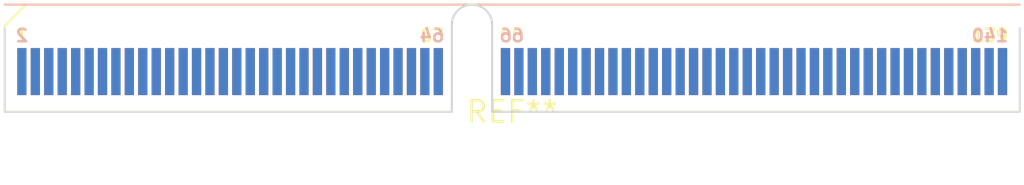
<source format=kicad_pcb>
(kicad_pcb (version 20240108) (generator pcbnew)
  (layers (0 "F.Cu" signal) (31 "B.Cu" signal) (34 "B.Paste" user) (35 "F.Paste" user) (36 "B.SilkS" user "B.Silkscreen") (37 "F.SilkS" user "F.Silkscreen") (38 "B.Mask" user) (39 "F.Mask" user) (44 "Edge.Cuts" user))
  (net 0 "")
  (footprint "Samtec_HSEC8-170-X-X-DV_2x70_P0.8mm_Edge" (layer "F.Cu") (at 0 0)
    (property "Reference" "REF**")
    (property "Value" "Samtec_HSEC8-170-X-X-DV_2x70_P0.8mm_Edge")
    (fp_line (start -30.225 -6.4) (end -30.225 -6.4) (layer "B.SilkS") (stroke (width 0.12)))
    (fp_line (start -30.225 -6.4) (end 30.225 -6.4) (layer "B.SilkS") (stroke (width 0.12)))
    (fp_line (start -30.225 -5.13) (end -28.955 -6.4) (layer "F.SilkS") (stroke (width 0.12)))
    (fp_line (start -28.955 -6.4) (end 30.225 -6.4) (layer "F.SilkS") (stroke (width 0.12)))
    (fp_line (start -30.225 -5) (end -30.225 0) (layer "Edge.Cuts") (stroke (width 0.12)))
    (fp_line (start -30.225 0) (end -3.595 0) (layer "Edge.Cuts") (stroke (width 0.12)))
    (fp_line (start -3.595 0) (end -3.595 -5.2) (layer "Edge.Cuts") (stroke (width 0.12)))
    (fp_line (start -1.195 -5.2) (end -1.195 0) (layer "Edge.Cuts") (stroke (width 0.12)))
    (fp_line (start -1.195 0) (end 30.225 0) (layer "Edge.Cuts") (stroke (width 0.12)))
    (fp_line (start 30.225 0) (end 30.225 -5) (layer "Edge.Cuts") (stroke (width 0.12)))
    (fp_arc (start -3.595 -5.2) (mid -2.395 -6.4) (end -1.195 -5.2) (layer "Edge.Cuts") (stroke (width 0.12)))
    (fp_text user "140" (at 28.45 -4.55 0) (layer "B.SilkS") (effects (font (size 0.75 0.75)) (justify mirror)))
    (fp_text user "66" (at -0.025 -4.55 0) (layer "B.SilkS") (effects (font (size 0.75 0.75)) (justify mirror)))
    (fp_text user "2" (at -29.2 -4.55 0) (layer "B.SilkS") (effects (font (size 0.75 0.75)) (justify mirror)))
    (fp_text user "64" (at -4.775 -4.55 0) (layer "B.SilkS") (effects (font (size 0.75 0.75)) (justify mirror)))
    (fp_text user "65" (at -0.025 -4.55 0) (layer "F.SilkS") (effects (font (size 0.75 0.75))))
    (fp_text user "139" (at 28.45 -4.55 0) (layer "F.SilkS") (effects (font (size 0.75 0.75))))
    (fp_text user "1" (at -29.2 -4.55 0) (layer "F.SilkS") (effects (font (size 0.75 0.75))))
    (fp_text user "63" (at -4.775 -4.55 0) (layer "F.SilkS") (effects (font (size 0.75 0.75))))
    (pad "1" connect rect (at -29.2 -2.4) (size 0.55 2.8) (layers "F.Cu" "F.Mask"))
    (pad "2" connect rect (at -29.2 -2.4) (size 0.55 2.8) (layers "B.Cu" "B.Mask"))
    (pad "3" connect rect (at -28.4 -2.4) (size 0.55 2.8) (layers "F.Cu" "F.Mask"))
    (pad "4" connect rect (at -28.4 -2.4) (size 0.55 2.8) (layers "B.Cu" "B.Mask"))
    (pad "5" connect rect (at -27.6 -2.4) (size 0.55 2.8) (layers "F.Cu" "F.Mask"))
    (pad "6" connect rect (at -27.6 -2.4) (size 0.55 2.8) (layers "B.Cu" "B.Mask"))
    (pad "7" connect rect (at -26.8 -2.4) (size 0.55 2.8) (layers "F.Cu" "F.Mask"))
    (pad "8" connect rect (at -26.8 -2.4) (size 0.55 2.8) (layers "B.Cu" "B.Mask"))
    (pad "9" connect rect (at -26 -2.4) (size 0.55 2.8) (layers "F.Cu" "F.Mask"))
    (pad "10" connect rect (at -26 -2.4) (size 0.55 2.8) (layers "B.Cu" "B.Mask"))
    (pad "11" connect rect (at -25.2 -2.4) (size 0.55 2.8) (layers "F.Cu" "F.Mask"))
    (pad "12" connect rect (at -25.2 -2.4) (size 0.55 2.8) (layers "B.Cu" "B.Mask"))
    (pad "13" connect rect (at -24.4 -2.4) (size 0.55 2.8) (layers "F.Cu" "F.Mask"))
    (pad "14" connect rect (at -24.4 -2.4) (size 0.55 2.8) (layers "B.Cu" "B.Mask"))
    (pad "15" connect rect (at -23.6 -2.4) (size 0.55 2.8) (layers "F.Cu" "F.Mask"))
    (pad "16" connect rect (at -23.6 -2.4) (size 0.55 2.8) (layers "B.Cu" "B.Mask"))
    (pad "17" connect rect (at -22.8 -2.4) (size 0.55 2.8) (layers "F.Cu" "F.Mask"))
    (pad "18" connect rect (at -22.8 -2.4) (size 0.55 2.8) (layers "B.Cu" "B.Mask"))
    (pad "19" connect rect (at -22 -2.4) (size 0.55 2.8) (layers "F.Cu" "F.Mask"))
    (pad "20" connect rect (at -22 -2.4) (size 0.55 2.8) (layers "B.Cu" "B.Mask"))
    (pad "21" connect rect (at -21.2 -2.4) (size 0.55 2.8) (layers "F.Cu" "F.Mask"))
    (pad "22" connect rect (at -21.2 -2.4) (size 0.55 2.8) (layers "B.Cu" "B.Mask"))
    (pad "23" connect rect (at -20.4 -2.4) (size 0.55 2.8) (layers "F.Cu" "F.Mask"))
    (pad "24" connect rect (at -20.4 -2.4) (size 0.55 2.8) (layers "B.Cu" "B.Mask"))
    (pad "25" connect rect (at -19.6 -2.4) (size 0.55 2.8) (layers "F.Cu" "F.Mask"))
    (pad "26" connect rect (at -19.6 -2.4) (size 0.55 2.8) (layers "B.Cu" "B.Mask"))
    (pad "27" connect rect (at -18.8 -2.4) (size 0.55 2.8) (layers "F.Cu" "F.Mask"))
    (pad "28" connect rect (at -18.8 -2.4) (size 0.55 2.8) (layers "B.Cu" "B.Mask"))
    (pad "29" connect rect (at -18 -2.4) (size 0.55 2.8) (layers "F.Cu" "F.Mask"))
    (pad "30" connect rect (at -18 -2.4) (size 0.55 2.8) (layers "B.Cu" "B.Mask"))
    (pad "31" connect rect (at -17.2 -2.4) (size 0.55 2.8) (layers "F.Cu" "F.Mask"))
    (pad "32" connect rect (at -17.2 -2.4) (size 0.55 2.8) (layers "B.Cu" "B.Mask"))
    (pad "33" connect rect (at -16.4 -2.4) (size 0.55 2.8) (layers "F.Cu" "F.Mask"))
    (pad "34" connect rect (at -16.4 -2.4) (size 0.55 2.8) (layers "B.Cu" "B.Mask"))
    (pad "35" connect rect (at -15.6 -2.4) (size 0.55 2.8) (layers "F.Cu" "F.Mask"))
    (pad "36" connect rect (at -15.6 -2.4) (size 0.55 2.8) (layers "B.Cu" "B.Mask"))
    (pad "37" connect rect (at -14.8 -2.4) (size 0.55 2.8) (layers "F.Cu" "F.Mask"))
    (pad "38" connect rect (at -14.8 -2.4) (size 0.55 2.8) (layers "B.Cu" "B.Mask"))
    (pad "39" connect rect (at -14 -2.4) (size 0.55 2.8) (layers "F.Cu" "F.Mask"))
    (pad "40" connect rect (at -14 -2.4) (size 0.55 2.8) (layers "B.Cu" "B.Mask"))
    (pad "41" connect rect (at -13.2 -2.4) (size 0.55 2.8) (layers "F.Cu" "F.Mask"))
    (pad "42" connect rect (at -13.2 -2.4) (size 0.55 2.8) (layers "B.Cu" "B.Mask"))
    (pad "43" connect rect (at -12.4 -2.4) (size 0.55 2.8) (layers "F.Cu" "F.Mask"))
    (pad "44" connect rect (at -12.4 -2.4) (size 0.55 2.8) (layers "B.Cu" "B.Mask"))
    (pad "45" connect rect (at -11.6 -2.4) (size 0.55 2.8) (layers "F.Cu" "F.Mask"))
    (pad "46" connect rect (at -11.6 -2.4) (size 0.55 2.8) (layers "B.Cu" "B.Mask"))
    (pad "47" connect rect (at -10.8 -2.4) (size 0.55 2.8) (layers "F.Cu" "F.Mask"))
    (pad "48" connect rect (at -10.8 -2.4) (size 0.55 2.8) (layers "B.Cu" "B.Mask"))
    (pad "49" connect rect (at -10 -2.4) (size 0.55 2.8) (layers "F.Cu" "F.Mask"))
    (pad "50" connect rect (at -10 -2.4) (size 0.55 2.8) (layers "B.Cu" "B.Mask"))
    (pad "51" connect rect (at -9.2 -2.4) (size 0.55 2.8) (layers "F.Cu" "F.Mask"))
    (pad "52" connect rect (at -9.2 -2.4) (size 0.55 2.8) (layers "B.Cu" "B.Mask"))
    (pad "53" connect rect (at -8.4 -2.4) (size 0.55 2.8) (layers "F.Cu" "F.Mask"))
    (pad "54" connect rect (at -8.4 -2.4) (size 0.55 2.8) (layers "B.Cu" "B.Mask"))
    (pad "55" connect rect (at -7.6 -2.4) (size 0.55 2.8) (layers "F.Cu" "F.Mask"))
    (pad "56" connect rect (at -7.6 -2.4) (size 0.55 2.8) (layers "B.Cu" "B.Mask"))
    (pad "57" connect rect (at -6.8 -2.4) (size 0.55 2.8) (layers "F.Cu" "F.Mask"))
    (pad "58" connect rect (at -6.8 -2.4) (size 0.55 2.8) (layers "B.Cu" "B.Mask"))
    (pad "59" connect rect (at -6 -2.4) (size 0.55 2.8) (layers "F.Cu" "F.Mask"))
    (pad "60" connect rect (at -6 -2.4) (size 0.55 2.8) (layers "B.Cu" "B.Mask"))
    (pad "61" connect rect (at -5.2 -2.4) (size 0.55 2.8) (layers "F.Cu" "F.Mask"))
    (pad "62" connect rect (at -5.2 -2.4) (size 0.55 2.8) (layers "B.Cu" "B.Mask"))
    (pad "63" connect rect (at -4.4 -2.4) (size 0.55 2.8) (layers "F.Cu" "F.Mask"))
    (pad "64" connect rect (at -4.4 -2.4) (size 0.55 2.8) (layers "B.Cu" "B.Mask"))
    (pad "65" connect rect (at -0.4 -2.4) (size 0.55 2.8) (layers "F.Cu" "F.Mask"))
    (pad "66" connect rect (at -0.4 -2.4) (size 0.55 2.8) (layers "B.Cu" "B.Mask"))
    (pad "67" connect rect (at 0.4 -2.4) (size 0.55 2.8) (layers "F.Cu" "F.Mask"))
    (pad "68" connect rect (at 0.4 -2.4) (size 0.55 2.8) (layers "B.Cu" "B.Mask"))
    (pad "69" connect rect (at 1.2 -2.4) (size 0.55 2.8) (layers "F.Cu" "F.Mask"))
    (pad "70" connect rect (at 1.2 -2.4) (size 0.55 2.8) (layers "B.Cu" "B.Mask"))
    (pad "71" connect rect (at 2 -2.4) (size 0.55 2.8) (layers "F.Cu" "F.Mask"))
    (pad "72" connect rect (at 2 -2.4) (size 0.55 2.8) (layers "B.Cu" "B.Mask"))
    (pad "73" connect rect (at 2.8 -2.4) (size 0.55 2.8) (layers "F.Cu" "F.Mask"))
    (pad "74" connect rect (at 2.8 -2.4) (size 0.55 2.8) (layers "B.Cu" "B.Mask"))
    (pad "75" connect rect (at 3.6 -2.4) (size 0.55 2.8) (layers "F.Cu" "F.Mask"))
    (pad "76" connect rect (at 3.6 -2.4) (size 0.55 2.8) (layers "B.Cu" "B.Mask"))
    (pad "77" connect rect (at 4.4 -2.4) (size 0.55 2.8) (layers "F.Cu" "F.Mask"))
    (pad "78" connect rect (at 4.4 -2.4) (size 0.55 2.8) (layers "B.Cu" "B.Mask"))
    (pad "79" connect rect (at 5.2 -2.4) (size 0.55 2.8) (layers "F.Cu" "F.Mask"))
    (pad "80" connect rect (at 5.2 -2.4) (size 0.55 2.8) (layers "B.Cu" "B.Mask"))
    (pad "81" connect rect (at 6 -2.4) (size 0.55 2.8) (layers "F.Cu" "F.Mask"))
    (pad "82" connect rect (at 6 -2.4) (size 0.55 2.8) (layers "B.Cu" "B.Mask"))
    (pad "83" connect rect (at 6.8 -2.4) (size 0.55 2.8) (layers "F.Cu" "F.Mask"))
    (pad "84" connect rect (at 6.8 -2.4) (size 0.55 2.8) (layers "B.Cu" "B.Mask"))
    (pad "85" connect rect (at 7.6 -2.4) (size 0.55 2.8) (layers "F.Cu" "F.Mask"))
    (pad "86" connect rect (at 7.6 -2.4) (size 0.55 2.8) (layers "B.Cu" "B.Mask"))
    (pad "87" connect rect (at 8.4 -2.4) (size 0.55 2.8) (layers "F.Cu" "F.Mask"))
    (pad "88" connect rect (at 8.4 -2.4) (size 0.55 2.8) (layers "B.Cu" "B.Mask"))
    (pad "89" connect rect (at 9.2 -2.4) (size 0.55 2.8) (layers "F.Cu" "F.Mask"))
    (pad "90" connect rect (at 9.2 -2.4) (size 0.55 2.8) (layers "B.Cu" "B.Mask"))
    (pad "91" connect rect (at 10 -2.4) (size 0.55 2.8) (layers "F.Cu" "F.Mask"))
    (pad "92" connect rect (at 10 -2.4) (size 0.55 2.8) (layers "B.Cu" "B.Mask"))
    (pad "93" connect rect (at 10.8 -2.4) (size 0.55 2.8) (layers "F.Cu" "F.Mask"))
    (pad "94" connect rect (at 10.8 -2.4) (size 0.55 2.8) (layers "B.Cu" "B.Mask"))
    (pad "95" connect rect (at 11.6 -2.4) (size 0.55 2.8) (layers "F.Cu" "F.Mask"))
    (pad "96" connect rect (at 11.6 -2.4) (size 0.55 2.8) (layers "B.Cu" "B.Mask"))
    (pad "97" connect rect (at 12.4 -2.4) (size 0.55 2.8) (layers "F.Cu" "F.Mask"))
    (pad "98" connect rect (at 12.4 -2.4) (size 0.55 2.8) (layers "B.Cu" "B.Mask"))
    (pad "99" connect rect (at 13.2 -2.4) (size 0.55 2.8) (layers "F.Cu" "F.Mask"))
    (pad "100" connect rect (at 13.2 -2.4) (size 0.55 2.8) (layers "B.Cu" "B.Mask"))
    (pad "101" connect rect (at 14 -2.4) (size 0.55 2.8) (layers "F.Cu" "F.Mask"))
    (pad "102" connect rect (at 14 -2.4) (size 0.55 2.8) (layers "B.Cu" "B.Mask"))
    (pad "103" connect rect (at 14.8 -2.4) (size 0.55 2.8) (layers "F.Cu" "F.Mask"))
    (pad "104" connect rect (at 14.8 -2.4) (size 0.55 2.8) (layers "B.Cu" "B.Mask"))
    (pad "105" connect rect (at 15.6 -2.4) (size 0.55 2.8) (layers "F.Cu" "F.Mask"))
    (pad "106" connect rect (at 15.6 -2.4) (size 0.55 2.8) (layers "B.Cu" "B.Mask"))
    (pad "107" connect rect (at 16.4 -2.4) (size 0.55 2.8) (layers "F.Cu" "F.Mask"))
    (pad "108" connect rect (at 16.4 -2.4) (size 0.55 2.8) (layers "B.Cu" "B.Mask"))
    (pad "109" connect rect (at 17.2 -2.4) (size 0.55 2.8) (layers "F.Cu" "F.Mask"))
    (pad "110" connect rect (at 17.2 -2.4) (size 0.55 2.8) (layers "B.Cu" "B.Mask"))
    (pad "111" connect rect (at 18 -2.4) (size 0.55 2.8) (layers "F.Cu" "F.Mask"))
    (pad "112" connect rect (at 18 -2.4) (size 0.55 2.8) (layers "B.Cu" "B.Mask"))
    (pad "113" connect rect (at 18.8 -2.4) (size 0.55 2.8) (layers "F.Cu" "F.Mask"))
    (pad "114" connect rect (at 18.8 -2.4) (size 0.55 2.8) (layers "B.Cu" "B.Mask"))
    (pad "115" connect rect (at 19.6 -2.4) (size 0.55 2.8) (layers "F.Cu" "F.Mask"))
    (pad "116" connect rect (at 19.6 -2.4) (size 0.55 2.8) (layers "B.Cu" "B.Mask"))
    (pad "117" connect rect (at 20.4 -2.4) (size 0.55 2.8) (layers "F.Cu" "F.Mask"))
    (pad "118" connect rect (at 20.4 -2.4) (size 0.55 2.8) (layers "B.Cu" "B.Mask"))
    (pad "119" connect rect (at 21.2 -2.4) (size 0.55 2.8) (layers "F.Cu" "F.Mask"))
    (pad "120" connect rect (at 21.2 -2.4) (size 0.55 2.8) (layers "B.Cu" "B.Mask"))
    (pad "121" connect rect (at 22 -2.4) (size 0.55 2.8) (layers "F.Cu" "F.Mask"))
    (pad "122" connect rect (at 22 -2.4) (size 0.55 2.8) (layers "B.Cu" "B.Mask"))
    (pad "123" connect rect (at 22.8 -2.4) (size 0.55 2.8) (layers "F.Cu" "F.Mask"))
    (pad "124" connect rect (at 22.8 -2.4) (size 0.55 2.8) (layers "B.Cu" "B.Mask"))
    (pad "125" connect rect (at 23.6 -2.4) (size 0.55 2.8) (layers "F.Cu" "F.Mask"))
    (pad "126" connect rect (at 23.6 -2.4) (size 0.55 2.8) (layers "B.Cu" "B.Mask"))
    (pad "127" connect rect (at 24.4 -2.4) (size 0.55 2.8) (layers "F.Cu" "F.Mask"))
    (pad "128" connect rect (at 24.4 -2.4) (size 0.55 2.8) (layers "B.Cu" "B.Mask"))
    (pad "129" connect rect (at 25.2 -2.4) (size 0.55 2.8) (layers "F.Cu" "F.Mask"))
    (pad "130" connect rect (at 25.2 -2.4) (size 0.55 2.8) (layers "B.Cu" "B.Mask"))
    (pad "131" connect rect (at 26 -2.4) (size 0.55 2.8) (layers "F.Cu" "F.Mask"))
    (pad "132" connect rect (at 26 -2.4) (size 0.55 2.8) (layers "B.Cu" "B.Mask"))
    (pad "133" connect rect (at 26.8 -2.4) (size 0.55 2.8) (layers "F.Cu" "F.Mask"))
    (pad "134" connect rect (at 26.8 -2.4) (size 0.55 2.8) (layers "B.Cu" "B.Mask"))
    (pad "135" connect rect (at 27.6 -2.4) (size 0.55 2.8) (layers "F.Cu" "F.Mask"))
    (pad "136" connect rect (at 27.6 -2.4) (size 0.55 2.8) (layers "B.Cu" "B.Mask"))
    (pad "137" connect rect (at 28.4 -2.4) (size 0.55 2.8) (layers "F.Cu" "F.Mask"))
    (pad "138" connect rect (at 28.4 -2.4) (size 0.55 2.8) (layers "B.Cu" "B.Mask"))
    (pad "139" connect rect (at 29.2 -2.4) (size 0.55 2.8) (layers "F.Cu" "F.Mask"))
    (pad "140" connect rect (at 29.2 -2.4) (size 0.55 2.8) (layers "B.Cu" "B.Mask"))
  )
)
</source>
